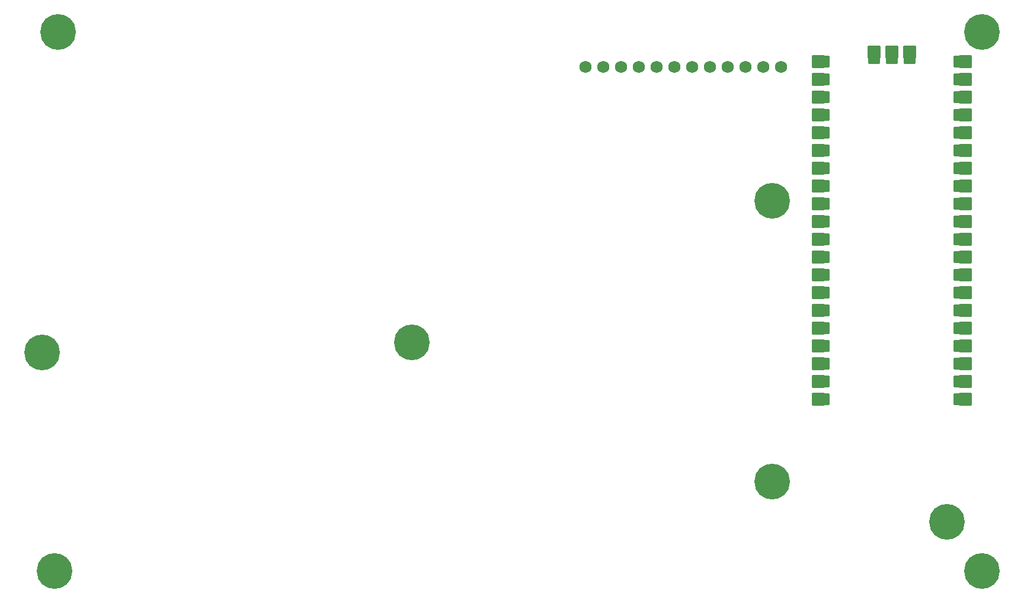
<source format=gbs>
G04 Layer: BottomSolderMaskLayer*
G04 EasyEDA v6.5.29, 2023-07-14 16:03:38*
G04 49c0109143794da29a213c6937cafebe,1e4d668faf9c44eeab1497739a8aa4b2,10*
G04 Gerber Generator version 0.2*
G04 Scale: 100 percent, Rotated: No, Reflected: No *
G04 Dimensions in millimeters *
G04 leading zeros omitted , absolute positions ,4 integer and 5 decimal *
%FSLAX45Y45*%
%MOMM*%

%AMMACRO1*1,1,$1,$2,$3*1,1,$1,$4,$5*1,1,$1,0-$2,0-$3*1,1,$1,0-$4,0-$5*20,1,$1,$2,$3,$4,$5,0*20,1,$1,$4,$5,0-$2,0-$3,0*20,1,$1,0-$2,0-$3,0-$4,0-$5,0*20,1,$1,0-$4,0-$5,$2,$3,0*4,1,4,$2,$3,$4,$5,0-$2,0-$3,0-$4,0-$5,$2,$3,0*%
%ADD10C,1.7272*%
%ADD11MACRO1,0.2032X0.8X-0.8X0.8X0.8*%
%ADD12MACRO1,0.1016X0.8X-0.8X0.8X0.8*%
%ADD13MACRO1,0.1016X-0.8X0.8X-0.8X-0.8*%
%ADD14MACRO1,0.2032X-0.8X0.8X-0.8X-0.8*%
%ADD15MACRO1,0.1016X-0.8X-0.8X0.8X-0.8*%
%ADD16MACRO1,0.2032X-0.8X-0.8X0.8X-0.8*%
%ADD17C,5.1016*%

%LPD*%
D10*
G01*
X10634776Y7499832D03*
G01*
X10380776Y7499832D03*
G01*
X10126776Y7499832D03*
G01*
X9872776Y7499832D03*
G01*
X9618776Y7499832D03*
G01*
X9364776Y7499832D03*
G01*
X7840192Y7500137D03*
G01*
X8094192Y7500137D03*
G01*
X8348192Y7500137D03*
G01*
X8602192Y7500137D03*
G01*
X8856192Y7500137D03*
G01*
X9110192Y7500137D03*
D11*
G01*
X12466474Y7712491D03*
D12*
G01*
X12466474Y7631981D03*
D13*
G01*
X11958474Y7631981D03*
D14*
G01*
X11958474Y7712491D03*
G01*
X12212474Y7712491D03*
D13*
G01*
X12212474Y7631981D03*
D15*
G01*
X13181975Y3003483D03*
G01*
X13181975Y2749483D03*
G01*
X13181975Y7575483D03*
G01*
X13181975Y3257483D03*
G01*
X13181975Y3511483D03*
G01*
X13181975Y3765483D03*
G01*
X13181975Y4019483D03*
G01*
X13181975Y4273483D03*
G01*
X13181975Y4527483D03*
G01*
X13181975Y4781483D03*
G01*
X13181975Y5035483D03*
G01*
X13181975Y5289483D03*
G01*
X13181975Y5543483D03*
G01*
X13181975Y5797483D03*
G01*
X13181975Y6051483D03*
G01*
X13181975Y6305483D03*
G01*
X13181975Y6559483D03*
G01*
X13181975Y6813483D03*
G01*
X13181975Y7067483D03*
G01*
X13181975Y7321483D03*
D16*
G01*
X13262485Y3003483D03*
G01*
X13262485Y2749483D03*
G01*
X13262485Y7575483D03*
G01*
X13262485Y3257483D03*
G01*
X13262485Y3511483D03*
G01*
X13262485Y3765483D03*
G01*
X13262485Y4019483D03*
G01*
X13262485Y4273483D03*
G01*
X13262485Y4527483D03*
G01*
X13262485Y4781483D03*
G01*
X13262485Y5035483D03*
G01*
X13262485Y5289483D03*
G01*
X13262485Y5543483D03*
G01*
X13262485Y5797483D03*
G01*
X13262485Y6051483D03*
G01*
X13262485Y6305483D03*
G01*
X13262485Y6559483D03*
G01*
X13262485Y6813483D03*
G01*
X13262485Y7067483D03*
G01*
X13262485Y7321483D03*
D15*
G01*
X11242974Y7321483D03*
D16*
G01*
X11162464Y7321483D03*
D15*
G01*
X11242974Y7067483D03*
D16*
G01*
X11162464Y7067483D03*
D15*
G01*
X11242974Y6813483D03*
D16*
G01*
X11162464Y6813483D03*
D15*
G01*
X11242974Y6559483D03*
D16*
G01*
X11162464Y6559483D03*
D15*
G01*
X11242974Y6305483D03*
D16*
G01*
X11162464Y6305483D03*
D15*
G01*
X11242974Y6051483D03*
D16*
G01*
X11162464Y6051483D03*
D15*
G01*
X11242974Y5797483D03*
D16*
G01*
X11162464Y5797483D03*
D15*
G01*
X11242974Y5543483D03*
D16*
G01*
X11162464Y5543483D03*
D15*
G01*
X11242974Y5289483D03*
D16*
G01*
X11162464Y5289483D03*
D15*
G01*
X11242974Y5035483D03*
D16*
G01*
X11162464Y5035483D03*
D15*
G01*
X11242974Y4781483D03*
D16*
G01*
X11162464Y4781483D03*
D15*
G01*
X11242974Y4527483D03*
D16*
G01*
X11162464Y4527483D03*
D15*
G01*
X11242974Y4273483D03*
D16*
G01*
X11162464Y4273483D03*
D15*
G01*
X11242974Y4019483D03*
D16*
G01*
X11162464Y4019483D03*
D15*
G01*
X11242974Y3765483D03*
D16*
G01*
X11162464Y3765483D03*
D15*
G01*
X11242974Y3511483D03*
D16*
G01*
X11162464Y3511483D03*
D15*
G01*
X11242974Y3257483D03*
D16*
G01*
X11162464Y3257483D03*
D15*
G01*
X11242974Y7575483D03*
D16*
G01*
X11162474Y7575483D03*
D15*
G01*
X11242974Y2749483D03*
D16*
G01*
X11162464Y2749483D03*
D15*
G01*
X11242974Y3003483D03*
D16*
G01*
X11162464Y3003483D03*
D17*
G01*
X299999Y7999984D03*
G01*
X250012Y299999D03*
G01*
X13499972Y299999D03*
G01*
X13499972Y7999984D03*
G01*
X75006Y3424986D03*
G01*
X12999974Y999997D03*
G01*
X10499979Y1572463D03*
G01*
X10499979Y5584266D03*
G01*
X5355437Y3565702D03*
M02*

</source>
